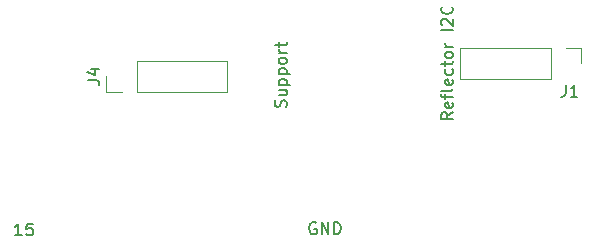
<source format=gto>
%TF.GenerationSoftware,KiCad,Pcbnew,8.0.7*%
%TF.CreationDate,2025-10-15T10:59:08-04:00*%
%TF.ProjectId,Reflectance_Adapter,5265666c-6563-4746-916e-63655f416461,rev?*%
%TF.SameCoordinates,Original*%
%TF.FileFunction,Legend,Top*%
%TF.FilePolarity,Positive*%
%FSLAX46Y46*%
G04 Gerber Fmt 4.6, Leading zero omitted, Abs format (unit mm)*
G04 Created by KiCad (PCBNEW 8.0.7) date 2025-10-15 10:59:08*
%MOMM*%
%LPD*%
G01*
G04 APERTURE LIST*
%ADD10C,0.152400*%
%ADD11C,0.150000*%
%ADD12C,0.120000*%
G04 APERTURE END LIST*
D10*
X120662167Y-110569694D02*
X120090739Y-110569694D01*
X120376453Y-110569694D02*
X120376453Y-109569694D01*
X120376453Y-109569694D02*
X120281215Y-109712551D01*
X120281215Y-109712551D02*
X120185977Y-109807789D01*
X120185977Y-109807789D02*
X120090739Y-109855408D01*
X121566929Y-109569694D02*
X121090739Y-109569694D01*
X121090739Y-109569694D02*
X121043120Y-110045884D01*
X121043120Y-110045884D02*
X121090739Y-109998265D01*
X121090739Y-109998265D02*
X121185977Y-109950646D01*
X121185977Y-109950646D02*
X121424072Y-109950646D01*
X121424072Y-109950646D02*
X121519310Y-109998265D01*
X121519310Y-109998265D02*
X121566929Y-110045884D01*
X121566929Y-110045884D02*
X121614548Y-110141122D01*
X121614548Y-110141122D02*
X121614548Y-110379217D01*
X121614548Y-110379217D02*
X121566929Y-110474455D01*
X121566929Y-110474455D02*
X121519310Y-110522075D01*
X121519310Y-110522075D02*
X121424072Y-110569694D01*
X121424072Y-110569694D02*
X121185977Y-110569694D01*
X121185977Y-110569694D02*
X121090739Y-110522075D01*
X121090739Y-110522075D02*
X121043120Y-110474455D01*
X145562167Y-109517313D02*
X145466929Y-109469694D01*
X145466929Y-109469694D02*
X145324072Y-109469694D01*
X145324072Y-109469694D02*
X145181215Y-109517313D01*
X145181215Y-109517313D02*
X145085977Y-109612551D01*
X145085977Y-109612551D02*
X145038358Y-109707789D01*
X145038358Y-109707789D02*
X144990739Y-109898265D01*
X144990739Y-109898265D02*
X144990739Y-110041122D01*
X144990739Y-110041122D02*
X145038358Y-110231598D01*
X145038358Y-110231598D02*
X145085977Y-110326836D01*
X145085977Y-110326836D02*
X145181215Y-110422075D01*
X145181215Y-110422075D02*
X145324072Y-110469694D01*
X145324072Y-110469694D02*
X145419310Y-110469694D01*
X145419310Y-110469694D02*
X145562167Y-110422075D01*
X145562167Y-110422075D02*
X145609786Y-110374455D01*
X145609786Y-110374455D02*
X145609786Y-110041122D01*
X145609786Y-110041122D02*
X145419310Y-110041122D01*
X146038358Y-110469694D02*
X146038358Y-109469694D01*
X146038358Y-109469694D02*
X146609786Y-110469694D01*
X146609786Y-110469694D02*
X146609786Y-109469694D01*
X147085977Y-110469694D02*
X147085977Y-109469694D01*
X147085977Y-109469694D02*
X147324072Y-109469694D01*
X147324072Y-109469694D02*
X147466929Y-109517313D01*
X147466929Y-109517313D02*
X147562167Y-109612551D01*
X147562167Y-109612551D02*
X147609786Y-109707789D01*
X147609786Y-109707789D02*
X147657405Y-109898265D01*
X147657405Y-109898265D02*
X147657405Y-110041122D01*
X147657405Y-110041122D02*
X147609786Y-110231598D01*
X147609786Y-110231598D02*
X147562167Y-110326836D01*
X147562167Y-110326836D02*
X147466929Y-110422075D01*
X147466929Y-110422075D02*
X147324072Y-110469694D01*
X147324072Y-110469694D02*
X147085977Y-110469694D01*
X157154694Y-100166667D02*
X156678503Y-100500000D01*
X157154694Y-100738095D02*
X156154694Y-100738095D01*
X156154694Y-100738095D02*
X156154694Y-100357143D01*
X156154694Y-100357143D02*
X156202313Y-100261905D01*
X156202313Y-100261905D02*
X156249932Y-100214286D01*
X156249932Y-100214286D02*
X156345170Y-100166667D01*
X156345170Y-100166667D02*
X156488027Y-100166667D01*
X156488027Y-100166667D02*
X156583265Y-100214286D01*
X156583265Y-100214286D02*
X156630884Y-100261905D01*
X156630884Y-100261905D02*
X156678503Y-100357143D01*
X156678503Y-100357143D02*
X156678503Y-100738095D01*
X157107075Y-99357143D02*
X157154694Y-99452381D01*
X157154694Y-99452381D02*
X157154694Y-99642857D01*
X157154694Y-99642857D02*
X157107075Y-99738095D01*
X157107075Y-99738095D02*
X157011836Y-99785714D01*
X157011836Y-99785714D02*
X156630884Y-99785714D01*
X156630884Y-99785714D02*
X156535646Y-99738095D01*
X156535646Y-99738095D02*
X156488027Y-99642857D01*
X156488027Y-99642857D02*
X156488027Y-99452381D01*
X156488027Y-99452381D02*
X156535646Y-99357143D01*
X156535646Y-99357143D02*
X156630884Y-99309524D01*
X156630884Y-99309524D02*
X156726122Y-99309524D01*
X156726122Y-99309524D02*
X156821360Y-99785714D01*
X156488027Y-99023809D02*
X156488027Y-98642857D01*
X157154694Y-98880952D02*
X156297551Y-98880952D01*
X156297551Y-98880952D02*
X156202313Y-98833333D01*
X156202313Y-98833333D02*
X156154694Y-98738095D01*
X156154694Y-98738095D02*
X156154694Y-98642857D01*
X157154694Y-98166666D02*
X157107075Y-98261904D01*
X157107075Y-98261904D02*
X157011836Y-98309523D01*
X157011836Y-98309523D02*
X156154694Y-98309523D01*
X157107075Y-97404761D02*
X157154694Y-97499999D01*
X157154694Y-97499999D02*
X157154694Y-97690475D01*
X157154694Y-97690475D02*
X157107075Y-97785713D01*
X157107075Y-97785713D02*
X157011836Y-97833332D01*
X157011836Y-97833332D02*
X156630884Y-97833332D01*
X156630884Y-97833332D02*
X156535646Y-97785713D01*
X156535646Y-97785713D02*
X156488027Y-97690475D01*
X156488027Y-97690475D02*
X156488027Y-97499999D01*
X156488027Y-97499999D02*
X156535646Y-97404761D01*
X156535646Y-97404761D02*
X156630884Y-97357142D01*
X156630884Y-97357142D02*
X156726122Y-97357142D01*
X156726122Y-97357142D02*
X156821360Y-97833332D01*
X157107075Y-96499999D02*
X157154694Y-96595237D01*
X157154694Y-96595237D02*
X157154694Y-96785713D01*
X157154694Y-96785713D02*
X157107075Y-96880951D01*
X157107075Y-96880951D02*
X157059455Y-96928570D01*
X157059455Y-96928570D02*
X156964217Y-96976189D01*
X156964217Y-96976189D02*
X156678503Y-96976189D01*
X156678503Y-96976189D02*
X156583265Y-96928570D01*
X156583265Y-96928570D02*
X156535646Y-96880951D01*
X156535646Y-96880951D02*
X156488027Y-96785713D01*
X156488027Y-96785713D02*
X156488027Y-96595237D01*
X156488027Y-96595237D02*
X156535646Y-96499999D01*
X156488027Y-96214284D02*
X156488027Y-95833332D01*
X156154694Y-96071427D02*
X157011836Y-96071427D01*
X157011836Y-96071427D02*
X157107075Y-96023808D01*
X157107075Y-96023808D02*
X157154694Y-95928570D01*
X157154694Y-95928570D02*
X157154694Y-95833332D01*
X157154694Y-95357141D02*
X157107075Y-95452379D01*
X157107075Y-95452379D02*
X157059455Y-95499998D01*
X157059455Y-95499998D02*
X156964217Y-95547617D01*
X156964217Y-95547617D02*
X156678503Y-95547617D01*
X156678503Y-95547617D02*
X156583265Y-95499998D01*
X156583265Y-95499998D02*
X156535646Y-95452379D01*
X156535646Y-95452379D02*
X156488027Y-95357141D01*
X156488027Y-95357141D02*
X156488027Y-95214284D01*
X156488027Y-95214284D02*
X156535646Y-95119046D01*
X156535646Y-95119046D02*
X156583265Y-95071427D01*
X156583265Y-95071427D02*
X156678503Y-95023808D01*
X156678503Y-95023808D02*
X156964217Y-95023808D01*
X156964217Y-95023808D02*
X157059455Y-95071427D01*
X157059455Y-95071427D02*
X157107075Y-95119046D01*
X157107075Y-95119046D02*
X157154694Y-95214284D01*
X157154694Y-95214284D02*
X157154694Y-95357141D01*
X157154694Y-94595236D02*
X156488027Y-94595236D01*
X156678503Y-94595236D02*
X156583265Y-94547617D01*
X156583265Y-94547617D02*
X156535646Y-94499998D01*
X156535646Y-94499998D02*
X156488027Y-94404760D01*
X156488027Y-94404760D02*
X156488027Y-94309522D01*
X157154694Y-93214283D02*
X156154694Y-93214283D01*
X156249932Y-92785712D02*
X156202313Y-92738093D01*
X156202313Y-92738093D02*
X156154694Y-92642855D01*
X156154694Y-92642855D02*
X156154694Y-92404760D01*
X156154694Y-92404760D02*
X156202313Y-92309522D01*
X156202313Y-92309522D02*
X156249932Y-92261903D01*
X156249932Y-92261903D02*
X156345170Y-92214284D01*
X156345170Y-92214284D02*
X156440408Y-92214284D01*
X156440408Y-92214284D02*
X156583265Y-92261903D01*
X156583265Y-92261903D02*
X157154694Y-92833331D01*
X157154694Y-92833331D02*
X157154694Y-92214284D01*
X157059455Y-91214284D02*
X157107075Y-91261903D01*
X157107075Y-91261903D02*
X157154694Y-91404760D01*
X157154694Y-91404760D02*
X157154694Y-91499998D01*
X157154694Y-91499998D02*
X157107075Y-91642855D01*
X157107075Y-91642855D02*
X157011836Y-91738093D01*
X157011836Y-91738093D02*
X156916598Y-91785712D01*
X156916598Y-91785712D02*
X156726122Y-91833331D01*
X156726122Y-91833331D02*
X156583265Y-91833331D01*
X156583265Y-91833331D02*
X156392789Y-91785712D01*
X156392789Y-91785712D02*
X156297551Y-91738093D01*
X156297551Y-91738093D02*
X156202313Y-91642855D01*
X156202313Y-91642855D02*
X156154694Y-91499998D01*
X156154694Y-91499998D02*
X156154694Y-91404760D01*
X156154694Y-91404760D02*
X156202313Y-91261903D01*
X156202313Y-91261903D02*
X156249932Y-91214284D01*
X143022075Y-99709260D02*
X143069694Y-99566403D01*
X143069694Y-99566403D02*
X143069694Y-99328308D01*
X143069694Y-99328308D02*
X143022075Y-99233070D01*
X143022075Y-99233070D02*
X142974455Y-99185451D01*
X142974455Y-99185451D02*
X142879217Y-99137832D01*
X142879217Y-99137832D02*
X142783979Y-99137832D01*
X142783979Y-99137832D02*
X142688741Y-99185451D01*
X142688741Y-99185451D02*
X142641122Y-99233070D01*
X142641122Y-99233070D02*
X142593503Y-99328308D01*
X142593503Y-99328308D02*
X142545884Y-99518784D01*
X142545884Y-99518784D02*
X142498265Y-99614022D01*
X142498265Y-99614022D02*
X142450646Y-99661641D01*
X142450646Y-99661641D02*
X142355408Y-99709260D01*
X142355408Y-99709260D02*
X142260170Y-99709260D01*
X142260170Y-99709260D02*
X142164932Y-99661641D01*
X142164932Y-99661641D02*
X142117313Y-99614022D01*
X142117313Y-99614022D02*
X142069694Y-99518784D01*
X142069694Y-99518784D02*
X142069694Y-99280689D01*
X142069694Y-99280689D02*
X142117313Y-99137832D01*
X142403027Y-98280689D02*
X143069694Y-98280689D01*
X142403027Y-98709260D02*
X142926836Y-98709260D01*
X142926836Y-98709260D02*
X143022075Y-98661641D01*
X143022075Y-98661641D02*
X143069694Y-98566403D01*
X143069694Y-98566403D02*
X143069694Y-98423546D01*
X143069694Y-98423546D02*
X143022075Y-98328308D01*
X143022075Y-98328308D02*
X142974455Y-98280689D01*
X142403027Y-97804498D02*
X143403027Y-97804498D01*
X142450646Y-97804498D02*
X142403027Y-97709260D01*
X142403027Y-97709260D02*
X142403027Y-97518784D01*
X142403027Y-97518784D02*
X142450646Y-97423546D01*
X142450646Y-97423546D02*
X142498265Y-97375927D01*
X142498265Y-97375927D02*
X142593503Y-97328308D01*
X142593503Y-97328308D02*
X142879217Y-97328308D01*
X142879217Y-97328308D02*
X142974455Y-97375927D01*
X142974455Y-97375927D02*
X143022075Y-97423546D01*
X143022075Y-97423546D02*
X143069694Y-97518784D01*
X143069694Y-97518784D02*
X143069694Y-97709260D01*
X143069694Y-97709260D02*
X143022075Y-97804498D01*
X142403027Y-96899736D02*
X143403027Y-96899736D01*
X142450646Y-96899736D02*
X142403027Y-96804498D01*
X142403027Y-96804498D02*
X142403027Y-96614022D01*
X142403027Y-96614022D02*
X142450646Y-96518784D01*
X142450646Y-96518784D02*
X142498265Y-96471165D01*
X142498265Y-96471165D02*
X142593503Y-96423546D01*
X142593503Y-96423546D02*
X142879217Y-96423546D01*
X142879217Y-96423546D02*
X142974455Y-96471165D01*
X142974455Y-96471165D02*
X143022075Y-96518784D01*
X143022075Y-96518784D02*
X143069694Y-96614022D01*
X143069694Y-96614022D02*
X143069694Y-96804498D01*
X143069694Y-96804498D02*
X143022075Y-96899736D01*
X143069694Y-95852117D02*
X143022075Y-95947355D01*
X143022075Y-95947355D02*
X142974455Y-95994974D01*
X142974455Y-95994974D02*
X142879217Y-96042593D01*
X142879217Y-96042593D02*
X142593503Y-96042593D01*
X142593503Y-96042593D02*
X142498265Y-95994974D01*
X142498265Y-95994974D02*
X142450646Y-95947355D01*
X142450646Y-95947355D02*
X142403027Y-95852117D01*
X142403027Y-95852117D02*
X142403027Y-95709260D01*
X142403027Y-95709260D02*
X142450646Y-95614022D01*
X142450646Y-95614022D02*
X142498265Y-95566403D01*
X142498265Y-95566403D02*
X142593503Y-95518784D01*
X142593503Y-95518784D02*
X142879217Y-95518784D01*
X142879217Y-95518784D02*
X142974455Y-95566403D01*
X142974455Y-95566403D02*
X143022075Y-95614022D01*
X143022075Y-95614022D02*
X143069694Y-95709260D01*
X143069694Y-95709260D02*
X143069694Y-95852117D01*
X143069694Y-95090212D02*
X142403027Y-95090212D01*
X142593503Y-95090212D02*
X142498265Y-95042593D01*
X142498265Y-95042593D02*
X142450646Y-94994974D01*
X142450646Y-94994974D02*
X142403027Y-94899736D01*
X142403027Y-94899736D02*
X142403027Y-94804498D01*
X142403027Y-94614021D02*
X142403027Y-94233069D01*
X142069694Y-94471164D02*
X142926836Y-94471164D01*
X142926836Y-94471164D02*
X143022075Y-94423545D01*
X143022075Y-94423545D02*
X143069694Y-94328307D01*
X143069694Y-94328307D02*
X143069694Y-94233069D01*
D11*
X166697066Y-97829019D02*
X166697066Y-98543304D01*
X166697066Y-98543304D02*
X166649447Y-98686161D01*
X166649447Y-98686161D02*
X166554209Y-98781400D01*
X166554209Y-98781400D02*
X166411352Y-98829019D01*
X166411352Y-98829019D02*
X166316114Y-98829019D01*
X167697066Y-98829019D02*
X167125638Y-98829019D01*
X167411352Y-98829019D02*
X167411352Y-97829019D01*
X167411352Y-97829019D02*
X167316114Y-97971876D01*
X167316114Y-97971876D02*
X167220876Y-98067114D01*
X167220876Y-98067114D02*
X167125638Y-98114733D01*
X126224819Y-97433333D02*
X126939104Y-97433333D01*
X126939104Y-97433333D02*
X127081961Y-97480952D01*
X127081961Y-97480952D02*
X127177200Y-97576190D01*
X127177200Y-97576190D02*
X127224819Y-97719047D01*
X127224819Y-97719047D02*
X127224819Y-97814285D01*
X126558152Y-96528571D02*
X127224819Y-96528571D01*
X126177200Y-96766666D02*
X126891485Y-97004761D01*
X126891485Y-97004761D02*
X126891485Y-96385714D01*
D12*
%TO.C,J1*%
X157750000Y-94670000D02*
X157750000Y-97330000D01*
X165430000Y-94670000D02*
X157750000Y-94670000D01*
X165430000Y-94670000D02*
X165430000Y-97330000D01*
X165430000Y-97330000D02*
X157750000Y-97330000D01*
X166700000Y-94670000D02*
X168030000Y-94670000D01*
X168030000Y-94670000D02*
X168030000Y-96000000D01*
%TO.C,J4*%
X127770000Y-98430000D02*
X127770000Y-97100000D01*
X129100000Y-98430000D02*
X127770000Y-98430000D01*
X130370000Y-95770000D02*
X138050000Y-95770000D01*
X130370000Y-98430000D02*
X130370000Y-95770000D01*
X130370000Y-98430000D02*
X138050000Y-98430000D01*
X138050000Y-98430000D02*
X138050000Y-95770000D01*
%TD*%
M02*

</source>
